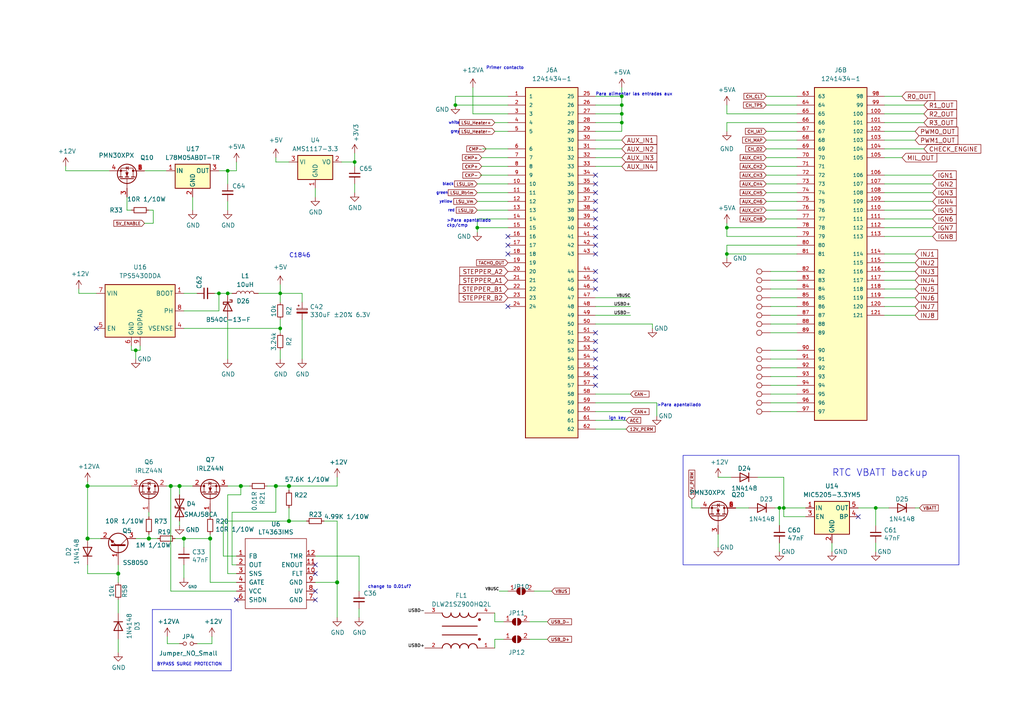
<source format=kicad_sch>
(kicad_sch (version 20230121) (generator eeschema)
  (paper "A4")
  (title_block (title "OpenEFI") (date "2023-10-14") (rev "4.0") (company "Churrosoft®") (comment 1 "CERN-OHL-S Licence"))
  (junction (at 63.5 85.09))
  (junction (at 83.82 151.13) (diameter 1.016))
  (junction (at 80.01 140.97) (diameter 1.016))
  (junction (at 39.37 101.6))
  (junction (at 254 147.32))
  (junction (at 132.08 30.48))
  (junction (at 97.79 168.91) (diameter 1.016))
  (junction (at 69.85 140.97) (diameter 1.016))
  (junction (at 52.07 140.97) (diameter 1.016))
  (junction (at 25.4 140.97) (diameter 1.016))
  (junction (at 138.43 66.04))
  (junction (at 210.82 73.66))
  (junction (at 81.28 95.25))
  (junction (at 66.04 85.09))
  (junction (at 25.4 156.21) (diameter 1.016))
  (junction (at 60.96 156.21) (diameter 1.016))
  (junction (at 180.34 30.48))
  (junction (at 180.34 35.56))
  (junction (at 180.34 33.02))
  (junction (at 210.82 66.04))
  (junction (at 43.18 156.21) (diameter 1.016))
  (junction (at 53.34 156.21) (diameter 1.016))
  (junction (at 66.04 49.53))
  (junction (at 226.06 147.32))
  (junction (at 227.33 147.32))
  (junction (at 34.29 166.37) (diameter 1.016))
  (junction (at 49.53 140.97) (diameter 1.016))
  (junction (at 102.87 46.99))
  (junction (at 83.82 140.97) (diameter 1.016))
  (junction (at 180.34 27.94))
  (junction (at 81.28 85.09))
  (no_connect (at 147.32 88.9))
  (no_connect (at 68.58 173.99))
  (no_connect (at 172.72 83.82))
  (no_connect (at 172.72 99.06))
  (no_connect (at 172.72 106.68))
  (no_connect (at 172.72 58.42))
  (no_connect (at 172.72 63.5))
  (no_connect (at 172.72 111.76))
  (no_connect (at 172.72 66.04))
  (no_connect (at 172.72 71.12))
  (no_connect (at 91.44 171.45))
  (no_connect (at 172.72 104.14))
  (no_connect (at 147.32 68.58))
  (no_connect (at 147.32 71.12))
  (no_connect (at 172.72 78.74))
  (no_connect (at 27.94 95.25))
  (no_connect (at 91.44 166.37))
  (no_connect (at 172.72 60.96))
  (no_connect (at 248.92 149.86))
  (no_connect (at 172.72 81.28))
  (no_connect (at 147.32 73.66))
  (no_connect (at 172.72 50.8))
  (no_connect (at 172.72 68.58))
  (no_connect (at 172.72 53.34))
  (no_connect (at 91.44 173.99))
  (no_connect (at 172.72 96.52))
  (no_connect (at 172.72 73.66))
  (no_connect (at 172.72 109.22))
  (no_connect (at 91.44 163.83))
  (no_connect (at 172.72 101.6))
  (no_connect (at 172.72 55.88))
  (wire (pts (xy 222.25 58.42) (xy 231.14 58.42)))
  (wire (pts (xy 138.43 60.96) (xy 147.32 60.96)))
  (wire (pts (xy 241.3 157.48) (xy 241.3 160.02)))
  (wire (pts (xy 189.23 95.25) (xy 189.23 93.98)))
  (wire (pts (xy 60.96 168.91) (xy 60.96 156.21)))
  (wire (pts (xy 39.37 156.21) (xy 43.18 156.21)))
  (wire (pts (xy 43.18 148.59) (xy 43.18 149.86)))
  (wire (pts (xy 172.72 119.38) (xy 182.88 119.38)))
  (wire (pts (xy 39.37 101.6) (xy 38.1 101.6)))
  (wire (pts (xy 143.51 185.42) (xy 146.05 185.42)))
  (wire (pts (xy 223.52 104.14) (xy 231.14 104.14)))
  (wire (pts (xy 64.77 161.29) (xy 68.58 161.29)))
  (wire (pts (xy 102.87 53.34) (xy 102.87 55.88)))
  (wire (pts (xy 60.96 154.94) (xy 60.96 156.21)))
  (wire (pts (xy 256.54 30.48) (xy 267.97 30.48)))
  (wire (pts (xy 53.34 90.17) (xy 63.5 90.17)))
  (wire (pts (xy 43.18 156.21) (xy 43.18 154.94)))
  (wire (pts (xy 137.16 25.4) (xy 137.16 33.02)))
  (wire (pts (xy 172.72 30.48) (xy 180.34 30.48)))
  (wire (pts (xy 222.25 38.1) (xy 231.14 38.1)))
  (wire (pts (xy 222.25 53.34) (xy 231.14 53.34)))
  (wire (pts (xy 223.52 83.82) (xy 231.14 83.82)))
  (wire (pts (xy 265.43 81.28) (xy 256.54 81.28)))
  (wire (pts (xy 144.78 171.45) (xy 147.32 171.45)))
  (wire (pts (xy 210.82 66.04) (xy 231.14 66.04)))
  (wire (pts (xy 219.71 138.43) (xy 227.33 138.43)))
  (wire (pts (xy 53.34 156.21) (xy 60.96 156.21)))
  (wire (pts (xy 172.72 33.02) (xy 180.34 33.02)))
  (wire (pts (xy 153.67 185.42) (xy 158.75 185.42)))
  (wire (pts (xy 172.72 121.92) (xy 181.61 121.92)))
  (wire (pts (xy 189.23 93.98) (xy 172.72 93.98)))
  (wire (pts (xy 66.04 58.42) (xy 66.04 60.96)))
  (wire (pts (xy 62.23 85.09) (xy 63.5 85.09)))
  (wire (pts (xy 200.66 147.32) (xy 203.2 147.32)))
  (wire (pts (xy 172.72 45.72) (xy 180.34 45.72)))
  (wire (pts (xy 68.58 166.37) (xy 66.04 166.37)))
  (wire (pts (xy 222.25 63.5) (xy 231.14 63.5)))
  (wire (pts (xy 41.91 49.53) (xy 48.26 49.53)))
  (wire (pts (xy 138.43 53.34) (xy 147.32 53.34)))
  (wire (pts (xy 60.96 168.91) (xy 68.58 168.91)))
  (wire (pts (xy 38.1 101.6) (xy 38.1 100.33)))
  (wire (pts (xy 137.16 33.02) (xy 147.32 33.02)))
  (wire (pts (xy 53.34 158.75) (xy 53.34 156.21)))
  (wire (pts (xy 180.34 30.48) (xy 180.34 33.02)))
  (wire (pts (xy 45.72 156.21) (xy 43.18 156.21)))
  (wire (pts (xy 69.85 143.51) (xy 69.85 140.97)))
  (wire (pts (xy 223.52 88.9) (xy 231.14 88.9)))
  (wire (pts (xy 19.05 49.53) (xy 31.75 49.53)))
  (wire (pts (xy 67.31 148.59) (xy 67.31 163.83)))
  (wire (pts (xy 256.54 35.56) (xy 267.97 35.56)))
  (polyline (pts (xy 44.196 176.784) (xy 44.196 194.564)))
  (polyline (pts (xy 44.196 176.784) (xy 67.056 176.784)))
  (polyline (pts (xy 67.056 176.784) (xy 67.056 194.564)))
  (polyline (pts (xy 67.056 194.564) (xy 44.196 194.564)))
  (wire (pts (xy 223.52 109.22) (xy 231.14 109.22)))
  (wire (pts (xy 172.72 91.44) (xy 182.88 91.44)))
  (wire (pts (xy 104.14 176.53) (xy 104.14 179.07)))
  (wire (pts (xy 180.34 25.4) (xy 180.34 27.94)))
  (wire (pts (xy 254 157.48) (xy 254 160.02)))
  (wire (pts (xy 256.54 58.42) (xy 270.51 58.42)))
  (wire (pts (xy 138.43 66.04) (xy 147.32 66.04)))
  (wire (pts (xy 226.06 147.32) (xy 226.06 152.4)))
  (wire (pts (xy 210.82 30.48) (xy 210.82 33.02)))
  (wire (pts (xy 91.44 161.29) (xy 104.14 161.29)))
  (wire (pts (xy 83.82 151.13) (xy 88.9 151.13)))
  (wire (pts (xy 87.63 87.63) (xy 87.63 85.09)))
  (wire (pts (xy 265.43 91.44) (xy 256.54 91.44)))
  (wire (pts (xy 222.25 43.18) (xy 231.14 43.18)))
  (wire (pts (xy 222.25 55.88) (xy 231.14 55.88)))
  (wire (pts (xy 138.43 63.5) (xy 138.43 66.04)))
  (wire (pts (xy 223.52 111.76) (xy 231.14 111.76)))
  (wire (pts (xy 138.43 58.42) (xy 147.32 58.42)))
  (wire (pts (xy 222.25 48.26) (xy 231.14 48.26)))
  (wire (pts (xy 143.51 35.56) (xy 147.32 35.56)))
  (wire (pts (xy 25.4 140.97) (xy 38.1 140.97)))
  (wire (pts (xy 222.25 40.64) (xy 231.14 40.64)))
  (wire (pts (xy 63.5 85.09) (xy 66.04 85.09)))
  (wire (pts (xy 208.28 154.94) (xy 208.28 158.75)))
  (wire (pts (xy 210.82 64.77) (xy 210.82 66.04)))
  (wire (pts (xy 102.87 46.99) (xy 99.06 46.99)))
  (wire (pts (xy 44.45 64.77) (xy 44.45 60.96)))
  (wire (pts (xy 190.5 116.84) (xy 172.72 116.84)))
  (wire (pts (xy 222.25 50.8) (xy 231.14 50.8)))
  (wire (pts (xy 210.82 38.1) (xy 210.82 35.56)))
  (wire (pts (xy 60.96 149.86) (xy 60.96 148.59)))
  (wire (pts (xy 223.52 96.52) (xy 231.14 96.52)))
  (wire (pts (xy 81.28 101.6) (xy 81.28 104.14)))
  (wire (pts (xy 81.28 85.09) (xy 81.28 87.63)))
  (wire (pts (xy 66.04 92.71) (xy 66.04 104.14)))
  (wire (pts (xy 222.25 27.94) (xy 231.14 27.94)))
  (wire (pts (xy 180.34 33.02) (xy 180.34 35.56)))
  (wire (pts (xy 139.954 43.18) (xy 147.32 43.18)))
  (wire (pts (xy 139.7 48.26) (xy 147.32 48.26)))
  (wire (pts (xy 180.34 27.94) (xy 180.34 30.48)))
  (wire (pts (xy 231.14 68.58) (xy 210.82 68.58)))
  (wire (pts (xy 256.54 27.94) (xy 261.62 27.94)))
  (wire (pts (xy 265.43 76.2) (xy 256.54 76.2)))
  (wire (pts (xy 256.54 45.72) (xy 261.62 45.72)))
  (wire (pts (xy 224.79 147.32) (xy 226.06 147.32)))
  (wire (pts (xy 22.86 85.09) (xy 27.94 85.09)))
  (wire (pts (xy 81.28 95.25) (xy 81.28 92.71)))
  (wire (pts (xy 39.37 104.14) (xy 39.37 101.6)))
  (wire (pts (xy 97.79 138.43) (xy 97.79 140.97)))
  (wire (pts (xy 180.34 38.1) (xy 172.72 38.1)))
  (wire (pts (xy 223.52 78.74) (xy 231.14 78.74)))
  (wire (pts (xy 147.32 63.5) (xy 138.43 63.5)))
  (wire (pts (xy 25.4 166.37) (xy 34.29 166.37)))
  (wire (pts (xy 172.72 48.26) (xy 180.34 48.26)))
  (wire (pts (xy 19.05 48.26) (xy 19.05 49.53)))
  (wire (pts (xy 227.33 147.32) (xy 226.06 147.32)))
  (wire (pts (xy 83.82 140.97) (xy 83.82 142.24)))
  (wire (pts (xy 64.77 151.13) (xy 64.77 161.29)))
  (wire (pts (xy 231.14 71.12) (xy 210.82 71.12)))
  (wire (pts (xy 91.44 168.91) (xy 97.79 168.91)))
  (wire (pts (xy 227.33 147.32) (xy 233.68 147.32)))
  (wire (pts (xy 52.07 143.51) (xy 52.07 140.97)))
  (wire (pts (xy 34.29 166.37) (xy 34.29 168.91)))
  (wire (pts (xy 66.04 85.09) (xy 67.31 85.09)))
  (wire (pts (xy 210.82 33.02) (xy 231.14 33.02)))
  (wire (pts (xy 53.34 95.25) (xy 81.28 95.25)))
  (wire (pts (xy 80.01 140.97) (xy 80.01 148.59)))
  (wire (pts (xy 25.4 156.21) (xy 29.21 156.21)))
  (wire (pts (xy 57.15 186.69) (xy 61.468 186.69)))
  (wire (pts (xy 61.468 186.69) (xy 61.468 184.658)))
  (wire (pts (xy 256.54 40.64) (xy 265.43 40.64)))
  (wire (pts (xy 63.5 49.53) (xy 66.04 49.53)))
  (wire (pts (xy 248.92 147.32) (xy 254 147.32)))
  (wire (pts (xy 223.52 86.36) (xy 231.14 86.36)))
  (wire (pts (xy 49.53 140.97) (xy 49.53 171.45)))
  (wire (pts (xy 43.18 60.96) (xy 44.45 60.96)))
  (wire (pts (xy 210.82 71.12) (xy 210.82 73.66)))
  (wire (pts (xy 83.82 147.32) (xy 83.82 151.13)))
  (wire (pts (xy 154.94 171.45) (xy 160.02 171.45)))
  (wire (pts (xy 69.85 140.97) (xy 72.39 140.97)))
  (wire (pts (xy 53.34 163.83) (xy 53.34 167.64)))
  (wire (pts (xy 25.4 139.7) (xy 25.4 140.97)))
  (wire (pts (xy 222.25 30.48) (xy 231.14 30.48)))
  (wire (pts (xy 256.54 63.5) (xy 270.51 63.5)))
  (wire (pts (xy 87.63 85.09) (xy 81.28 85.09)))
  (wire (pts (xy 138.43 67.31) (xy 138.43 66.04)))
  (wire (pts (xy 265.43 147.32) (xy 266.7 147.32)))
  (wire (pts (xy 256.54 55.88) (xy 270.51 55.88)))
  (wire (pts (xy 210.82 74.93) (xy 210.82 73.66)))
  (wire (pts (xy 227.33 149.86) (xy 227.33 147.32)))
  (wire (pts (xy 34.29 185.42) (xy 34.29 189.23)))
  (wire (pts (xy 66.04 166.37) (xy 66.04 143.51)))
  (wire (pts (xy 80.01 46.99) (xy 83.82 46.99)))
  (wire (pts (xy 68.58 46.99) (xy 68.58 49.53)))
  (wire (pts (xy 40.64 101.6) (xy 39.37 101.6)))
  (wire (pts (xy 233.68 149.86) (xy 227.33 149.86)))
  (wire (pts (xy 143.51 185.42) (xy 143.51 187.96)))
  (wire (pts (xy 49.53 171.45) (xy 68.58 171.45)))
  (wire (pts (xy 143.51 177.8) (xy 143.51 180.34)))
  (wire (pts (xy 254 147.32) (xy 254 152.4)))
  (wire (pts (xy 256.54 60.96) (xy 270.51 60.96)))
  (wire (pts (xy 223.52 91.44) (xy 231.14 91.44)))
  (wire (pts (xy 52.07 140.97) (xy 55.88 140.97)))
  (wire (pts (xy 265.43 88.9) (xy 256.54 88.9)))
  (wire (pts (xy 256.54 38.1) (xy 265.43 38.1)))
  (wire (pts (xy 256.54 68.58) (xy 270.51 68.58)))
  (wire (pts (xy 36.83 57.15) (xy 36.83 60.96)))
  (wire (pts (xy 36.83 60.96) (xy 38.1 60.96)))
  (wire (pts (xy 153.67 180.34) (xy 158.75 180.34)))
  (wire (pts (xy 66.04 140.97) (xy 69.85 140.97)))
  (wire (pts (xy 132.08 27.94) (xy 132.08 30.48)))
  (wire (pts (xy 81.28 82.55) (xy 81.28 85.09)))
  (wire (pts (xy 34.29 173.99) (xy 34.29 177.8)))
  (wire (pts (xy 210.82 73.66) (xy 231.14 73.66)))
  (wire (pts (xy 104.14 161.29) (xy 104.14 171.45)))
  (wire (pts (xy 49.53 140.97) (xy 52.07 140.97)))
  (wire (pts (xy 190.5 120.65) (xy 190.5 116.84)))
  (wire (pts (xy 87.63 92.71) (xy 87.63 104.14)))
  (wire (pts (xy 66.04 49.53) (xy 68.58 49.53)))
  (wire (pts (xy 172.72 35.56) (xy 180.34 35.56)))
  (wire (pts (xy 210.82 35.56) (xy 231.14 35.56)))
  (wire (pts (xy 254 147.32) (xy 257.81 147.32)))
  (wire (pts (xy 81.28 85.09) (xy 74.93 85.09)))
  (wire (pts (xy 41.91 64.77) (xy 44.45 64.77)))
  (wire (pts (xy 48.26 140.97) (xy 49.53 140.97)))
  (wire (pts (xy 172.72 124.46) (xy 181.61 124.46)))
  (wire (pts (xy 80.01 148.59) (xy 67.31 148.59)))
  (wire (pts (xy 223.52 116.84) (xy 231.14 116.84)))
  (wire (pts (xy 256.54 33.02) (xy 267.97 33.02)))
  (wire (pts (xy 172.72 86.36) (xy 182.88 86.36)))
  (wire (pts (xy 256.54 43.18) (xy 267.97 43.18)))
  (wire (pts (xy 147.32 27.94) (xy 132.08 27.94)))
  (wire (pts (xy 81.28 95.25) (xy 81.28 96.52)))
  (wire (pts (xy 143.51 180.34) (xy 146.05 180.34)))
  (wire (pts (xy 52.07 151.13) (xy 52.07 152.4)))
  (wire (pts (xy 265.43 83.82) (xy 256.54 83.82)))
  (wire (pts (xy 265.43 73.66) (xy 256.54 73.66)))
  (wire (pts (xy 256.54 66.04) (xy 270.51 66.04)))
  (wire (pts (xy 53.34 85.09) (xy 57.15 85.09)))
  (wire (pts (xy 40.64 100.33) (xy 40.64 101.6)))
  (wire (pts (xy 223.52 106.68) (xy 231.14 106.68)))
  (wire (pts (xy 223.52 81.28) (xy 231.14 81.28)))
  (wire (pts (xy 210.82 68.58) (xy 210.82 66.04)))
  (wire (pts (xy 25.4 163.83) (xy 25.4 166.37)))
  (wire (pts (xy 63.5 90.17) (xy 63.5 85.09)))
  (wire (pts (xy 138.43 55.88) (xy 147.32 55.88)))
  (wire (pts (xy 97.79 168.91) (xy 97.79 179.07)))
  (wire (pts (xy 77.47 140.97) (xy 80.01 140.97)))
  (wire (pts (xy 67.31 163.83) (xy 68.58 163.83)))
  (wire (pts (xy 256.54 50.8) (xy 270.51 50.8)))
  (wire (pts (xy 102.87 44.45) (xy 102.87 46.99)))
  (wire (pts (xy 139.7 45.72) (xy 147.32 45.72)))
  (wire (pts (xy 97.79 140.97) (xy 83.82 140.97)))
  (wire (pts (xy 34.29 163.83) (xy 34.29 166.37)))
  (wire (pts (xy 172.72 27.94) (xy 180.34 27.94)))
  (wire (pts (xy 180.34 35.56) (xy 180.34 38.1)))
  (wire (pts (xy 66.04 49.53) (xy 66.04 53.34)))
  (wire (pts (xy 132.08 30.48) (xy 147.32 30.48)))
  (wire (pts (xy 265.43 78.74) (xy 256.54 78.74)))
  (wire (pts (xy 143.51 38.1) (xy 147.32 38.1)))
  (wire (pts (xy 172.72 114.3) (xy 182.88 114.3)))
  (wire (pts (xy 227.33 138.43) (xy 227.33 147.32)))
  (wire (pts (xy 208.28 138.43) (xy 212.09 138.43)))
  (wire (pts (xy 50.8 156.21) (xy 53.34 156.21)))
  (wire (pts (xy 222.25 45.72) (xy 231.14 45.72)))
  (wire (pts (xy 91.44 54.61) (xy 91.44 57.15)))
  (wire (pts (xy 80.01 45.72) (xy 80.01 46.99)))
  (wire (pts (xy 83.82 151.13) (xy 64.77 151.13)))
  (wire (pts (xy 48.514 184.658) (xy 48.514 186.69)))
  (wire (pts (xy 48.514 186.69) (xy 52.07 186.69)))
  (wire (pts (xy 25.4 156.21) (xy 25.4 140.97)))
  (wire (pts (xy 66.04 143.51) (xy 69.85 143.51)))
  (wire (pts (xy 55.88 57.15) (xy 55.88 60.96)))
  (wire (pts (xy 223.52 101.6) (xy 231.14 101.6)))
  (wire (pts (xy 172.72 88.9) (xy 182.88 88.9)))
  (wire (pts (xy 80.01 140.97) (xy 83.82 140.97)))
  (wire (pts (xy 139.192 50.8) (xy 147.32 50.8)))
  (wire (pts (xy 223.52 119.38) (xy 231.14 119.38)))
  (wire (pts (xy 97.79 151.13) (xy 97.79 168.91)))
  (wire (pts (xy 102.87 48.26) (xy 102.87 46.99)))
  (wire (pts (xy 256.54 53.34) (xy 270.51 53.34)))
  (wire (pts (xy 223.52 114.3) (xy 231.14 114.3)))
  (wire (pts (xy 223.52 93.98) (xy 231.14 93.98)))
  (wire (pts (xy 226.06 157.48) (xy 226.06 160.02)))
  (wire (pts (xy 222.25 60.96) (xy 231.14 60.96)))
  (wire (pts (xy 172.72 40.64) (xy 180.34 40.64)))
  (wire (pts (xy 93.98 151.13) (xy 97.79 151.13)))
  (wire (pts (xy 265.43 86.36) (xy 256.54 86.36)))
  (wire (pts (xy 213.36 147.32) (xy 217.17 147.32)))
  (wire (pts (xy 200.66 144.78) (xy 200.66 147.32)))
  (wire (pts (xy 172.72 43.18) (xy 180.34 43.18)))
  (wire (pts (xy 22.86 83.82) (xy 22.86 85.09)))
  (rectangle (start 198.12 132.08) (end 278.13 163.83))
  (text "yellow" (at 127.381 59.055 0) (effects (font (size 0.8 0.8)) (justify left bottom)))
  (text "Primer contacto" (at 140.97 20.32 0) (effects (font (size 0.889 0.889)) (justify left bottom)))
  (text "C1846" (at 83.82 74.93 0) (effects (font (size 1.27 1.27)) (justify left bottom)))
  (text ">Para apantallado\nckp/cmp" (at 129.54 66.04 0) (effects (font (size 0.889 0.889)) (justify left bottom)))
  (text "green" (at 126.492 56.515 0) (effects (font (size 0.8 0.8)) (justify left bottom)))
  (text "BYPASS SURGE PROTECTION" (at 45.466 193.294 0) (effects (font (size 0.889 0.889)) (justify left bottom)))
  (text "white" (at 133.35 36.195 0) (effects (font (size 0.8 0.8)) (justify right bottom)))
  (text ">Para apantallado" (at 190.5 118.11 0) (effects (font (size 0.889 0.889)) (justify left bottom)))
  (text "Para alimentar las entradas aux" (at 172.72 27.94 0) (effects (font (size 0.889 0.889)) (justify left bottom)))
  (text "change to 0.01uf?" (at 106.68 170.815 0) (effects (font (size 0.889 0.889)) (justify left bottom)))
  (text "grey" (at 133.35 38.735 0) (effects (font (size 0.8 0.8)) (justify right bottom)))
  (text "black" (at 128.27 53.975 0) (effects (font (size 0.8 0.8)) (justify left bottom)))
  (text "RTC VBATT backup" (at 241.3 138.43 0) (effects (font (size 2 2)) (justify left bottom)))
  (text "red" (at 131.953 61.595 0) (effects (font (size 0.8 0.8)) (justify right bottom)))
  (text "ign key" (at 176.53 121.92 0) (effects (font (size 0.889 0.889)) (justify left bottom)))
  (label "USBD+" (at 182.88 88.9 180) (effects (font (size 0.889 0.889))))
  (label "USBD+" (at 123.19 187.96 180) (effects (font (size 0.889 0.889))))
  (label "USBD-" (at 182.88 91.44 180) (effects (font (size 0.889 0.889))))
  (label "USBD-" (at 123.19 177.8 180) (effects (font (size 0.889 0.889))))
  (label "VBUSC" (at 144.78 171.45 180) (effects (font (size 0.8 0.8))))
  (label "VBUSC" (at 182.88 86.36 180) (effects (font (size 0.8 0.8))))
  (global_label "AUX_CH7" (shape input) (at 222.25 60.96 180) (effects (font (size 0.889 0.889))) (property "Intersheetrefs" "${INTERSHEET_REFS}" (effects hide)))
  (global_label "INJ6" (shape input) (at 265.43 86.36 0) (property "Intersheetrefs" "${INTERSHEET_REFS}" (effects hide)))
  (global_label "LSU_Vm" (shape input) (at 138.43 58.42 180) (effects (font (size 0.889 0.889))) (property "Intersheetrefs" "${INTERSHEET_REFS}" (effects hide)))
  (global_label "IGN2" (shape input) (at 270.51 53.34 0) (property "Intersheetrefs" "${INTERSHEET_REFS}" (effects hide)))
  (global_label "AUX_IN4" (shape input) (at 180.34 48.26 0) (property "Intersheetrefs" "${INTERSHEET_REFS}" (effects hide)))
  (global_label "12V_PERM" (shape input) (at 200.66 144.78 90) (effects (font (size 0.889 0.889))) (property "Intersheetrefs" "${INTERSHEET_REFS}" (effects hide)))
  (global_label "INJ5" (shape input) (at 265.43 83.82 0) (property "Intersheetrefs" "${INTERSHEET_REFS}" (effects hide)))
  (global_label "TACHO_OUT" (shape input) (at 147.32 76.2 180) (effects (font (size 0.889 0.889))) (property "Intersheetrefs" "${INTERSHEET_REFS}" (effects hide)))
  (global_label "MIL_OUT" (shape input) (at 261.62 45.72 0) (property "Intersheetrefs" "${INTERSHEET_REFS}" (effects hide)))
  (global_label "PWM1_OUT" (shape input) (at 265.43 40.64 0) (property "Intersheetrefs" "${INTERSHEET_REFS}" (effects hide)))
  (global_label "AUX_CH8" (shape input) (at 222.25 63.5 180) (effects (font (size 0.889 0.889))) (property "Intersheetrefs" "${INTERSHEET_REFS}" (effects hide)))
  (global_label "USB_D-" (shape input) (at 158.75 180.34 0) (effects (font (size 0.889 0.889))) (property "Intersheetrefs" "${INTERSHEET_REFS}" (effects hide)))
  (global_label "CH_IAT" (shape input) (at 222.25 38.1 180) (effects (font (size 0.889 0.889))) (property "Intersheetrefs" "${INTERSHEET_REFS}" (effects hide)))
  (global_label "AUX_CH6" (shape input) (at 222.25 58.42 180) (effects (font (size 0.889 0.889))) (property "Intersheetrefs" "${INTERSHEET_REFS}" (effects hide)))
  (global_label "CKP-" (shape input) (at 139.7 50.8 180) (effects (font (size 0.889 0.889))) (property "Intersheetrefs" "${INTERSHEET_REFS}" (effects hide)))
  (global_label "LSU_Heater+" (shape input) (at 143.51 35.56 180) (effects (font (size 0.889 0.889))) (property "Intersheetrefs" "${INTERSHEET_REFS}" (effects hide)))
  (global_label "LSU_Heater-" (shape input) (at 143.51 38.1 180) (effects (font (size 0.889 0.889))) (property "Intersheetrefs" "${INTERSHEET_REFS}" (effects hide)))
  (global_label "AUX_CH5" (shape input) (at 222.25 55.88 180) (effects (font (size 0.889 0.889))) (property "Intersheetrefs" "${INTERSHEET_REFS}" (effects hide)))
  (global_label "AUX_CH4" (shape input) (at 222.25 53.34 180) (effects (font (size 0.889 0.889))) (property "Intersheetrefs" "${INTERSHEET_REFS}" (effects hide)))
  (global_label "INJ8" (shape input) (at 265.43 91.44 0) (property "Intersheetrefs" "${INTERSHEET_REFS}" (effects hide)))
  (global_label "CH_MAP" (shape input) (at 222.25 40.64 180) (effects (font (size 0.889 0.889))) (property "Intersheetrefs" "${INTERSHEET_REFS}" (effects hide)))
  (global_label "AUX_CH1" (shape input) (at 222.25 45.72 180) (effects (font (size 0.889 0.889))) (property "Intersheetrefs" "${INTERSHEET_REFS}" (effects hide)))
  (global_label "IGN4" (shape input) (at 270.51 58.42 0) (property "Intersheetrefs" "${INTERSHEET_REFS}" (effects hide)))
  (global_label "R1_OUT" (shape input) (at 267.97 30.48 0) (property "Intersheetrefs" "${INTERSHEET_REFS}" (effects hide)))
  (global_label "INJ2" (shape input) (at 265.43 76.2 0) (property "Intersheetrefs" "${INTERSHEET_REFS}" (effects hide)))
  (global_label "R3_OUT" (shape input) (at 267.97 35.56 0) (property "Intersheetrefs" "${INTERSHEET_REFS}" (effects hide)))
  (global_label "INJ7" (shape input) (at 265.43 88.9 0) (property "Intersheetrefs" "${INTERSHEET_REFS}" (effects hide)))
  (global_label "CAN-" (shape input) (at 182.88 114.3 0) (effects (font (size 0.889 0.889))) (property "Intersheetrefs" "${INTERSHEET_REFS}" (effects hide)))
  (global_label "AUX_IN2" (shape input) (at 180.34 43.18 0) (property "Intersheetrefs" "${INTERSHEET_REFS}" (effects hide)))
  (global_label "IGN3" (shape input) (at 270.51 55.88 0) (property "Intersheetrefs" "${INTERSHEET_REFS}" (effects hide)))
  (global_label "AUX_CH3" (shape input) (at 222.25 50.8 180) (effects (font (size 0.889 0.889))) (property "Intersheetrefs" "${INTERSHEET_REFS}" (effects hide)))
  (global_label "R0_OUT" (shape input) (at 261.62 27.94 0) (property "Intersheetrefs" "${INTERSHEET_REFS}" (effects hide)))
  (global_label "IGN6" (shape input) (at 270.51 63.5 0) (property "Intersheetrefs" "${INTERSHEET_REFS}" (effects hide)))
  (global_label "LSU_Un" (shape input) (at 138.43 53.34 180) (effects (font (size 0.889 0.889))) (property "Intersheetrefs" "${INTERSHEET_REFS}" (effects hide)))
  (global_label "CH_O2" (shape input) (at 222.25 43.18 180) (effects (font (size 0.889 0.889))) (property "Intersheetrefs" "${INTERSHEET_REFS}" (effects hide)))
  (global_label "5V_ENABLE" (shape input) (at 41.91 64.77 180) (effects (font (size 0.889 0.889))) (property "Intersheetrefs" "${INTERSHEET_REFS}" (effects hide)))
  (global_label "STEPPER_B1" (shape input) (at 147.32 83.82 180) (property "Intersheetrefs" "${INTERSHEET_REFS}" (effects hide)))
  (global_label "LSU_Ip" (shape input) (at 138.43 60.96 180) (effects (font (size 0.889 0.889))) (property "Intersheetrefs" "${INTERSHEET_REFS}" (effects hide)))
  (global_label "INJ3" (shape input) (at 265.43 78.74 0) (property "Intersheetrefs" "${INTERSHEET_REFS}" (effects hide)))
  (global_label "CH_CLT" (shape input) (at 222.25 27.94 180) (effects (font (size 0.889 0.889))) (property "Intersheetrefs" "${INTERSHEET_REFS}" (effects hide)))
  (global_label "VBATT" (shape input) (at 266.7 147.32 0) (effects (font (size 0.889 0.889))) (property "Intersheetrefs" "${INTERSHEET_REFS}" (effects hide)))
  (global_label "VBUS" (shape input) (at 160.02 171.45 0) (effects (font (size 0.889 0.889))) (property "Intersheetrefs" "${INTERSHEET_REFS}" (effects hide)))
  (global_label "CKP+" (shape input) (at 139.7 48.26 180) (effects (font (size 0.889 0.889))) (property "Intersheetrefs" "${INTERSHEET_REFS}" (effects hide)))
  (global_label "INJ1" (shape input) (at 265.43 73.66 0) (property "Intersheetrefs" "${INTERSHEET_REFS}" (effects hide)))
  (global_label "STEPPER_A2" (shape input) (at 147.32 78.74 180) (property "Intersheetrefs" "${INTERSHEET_REFS}" (effects hide)))
  (global_label "IGN7" (shape input) (at 270.51 66.04 0) (property "Intersheetrefs" "${INTERSHEET_REFS}" (effects hide)))
  (global_label "IGN5" (shape input) (at 270.51 60.96 0) (property "Intersheetrefs" "${INTERSHEET_REFS}" (effects hide)))
  (global_label "CMP-" (shape input) (at 140.97 43.18 180) (effects (font (size 0.889 0.889))) (property "Intersheetrefs" "${INTERSHEET_REFS}" (effects hide)))
  (global_label "IGN1" (shape input) (at 270.51 50.8 0) (property "Intersheetrefs" "${INTERSHEET_REFS}" (effects hide)))
  (global_label "12V_PERM" (shape input) (at 181.61 124.46 0) (effects (font (size 0.889 0.889))) (property "Intersheetrefs" "${INTERSHEET_REFS}" (effects hide)))
  (global_label "CH_TPS" (shape input) (at 222.25 30.48 180) (effects (font (size 0.889 0.889))) (property "Intersheetrefs" "${INTERSHEET_REFS}" (effects hide)))
  (global_label "PWM0_OUT" (shape input) (at 265.43 38.1 0) (property "Intersheetrefs" "${INTERSHEET_REFS}" (effects hide)))
  (global_label "CMP+" (shape input) (at 139.7 45.72 180) (effects (font (size 0.889 0.889))) (property "Intersheetrefs" "${INTERSHEET_REFS}" (effects hide)))
  (global_label "ACC" (shape input) (at 181.61 121.92 0) (effects (font (size 0.889 0.889))) (property "Intersheetrefs" "${INTERSHEET_REFS}" (effects hide)))
  (global_label "IGN8" (shape input) (at 270.51 68.58 0) (property "Intersheetrefs" "${INTERSHEET_REFS}" (effects hide)))
  (global_label "R2_OUT" (shape input) (at 267.97 33.02 0) (property "Intersheetrefs" "${INTERSHEET_REFS}" (effects hide)))
  (global_label "AUX_IN1" (shape input) (at 180.34 40.64 0) (property "Intersheetrefs" "${INTERSHEET_REFS}" (effects hide)))
  (global_label "STEPPER_A1" (shape input) (at 147.32 81.28 180) (property "Intersheetrefs" "${INTERSHEET_REFS}" (effects hide)))
  (global_label "CAN+" (shape input) (at 182.88 119.38 0) (effects (font (size 0.889 0.889))) (property "Intersheetrefs" "${INTERSHEET_REFS}" (effects hide)))
  (global_label "AUX_CH2" (shape input) (at 222.25 48.26 180) (effects (font (size 0.889 0.889))) (property "Intersheetrefs" "${INTERSHEET_REFS}" (effects hide)))
  (global_label "LSU_Rtrim" (shape input) (at 138.43 55.88 180) (effects (font (size 0.889 0.889))) (property "Intersheetrefs" "${INTERSHEET_REFS}" (effects hide)))
  (global_label "STEPPER_B2" (shape input) (at 147.32 86.36 180) (property "Intersheetrefs" "${INTERSHEET_REFS}" (effects hide)))
  (global_label "AUX_IN3" (shape input) (at 180.34 45.72 0) (property "Intersheetrefs" "${INTERSHEET_REFS}" (effects hide)))
  (global_label "USB_D+" (shape input) (at 158.75 185.42 0) (effects (font (size 0.889 0.889))) (property "Intersheetrefs" "${INTERSHEET_REFS}" (effects hide)))
  (global_label "INJ4" (shape input) (at 265.43 81.28 0) (property "Intersheetrefs" "${INTERSHEET_REFS}" (effects hide)))
  (global_label "CHECK_ENGINE" (shape input) (at 267.97 43.18 0) (property "Intersheetrefs" "${INTERSHEET_REFS}" (effects hide)))
  (symbol (lib_id "OpenEFI-STM32-rev3:LT4363IMS") (at 80.01 162.56 0) (unit 1)
    (property "Reference" "U6" (at 80.01 152.019 0))
    (property "Value" "LT4363IMS" (at 80.01 154.3304 0))
    (property "Footprint" "Package_SO:MSOP-12_3x4mm_P0.65mm" (effects hide))
    (property "Datasheet" "https://ar.mouser.com/datasheet/2/609/ADuM4160-1503590.pdf" (effects hide))
    (property "LCSC" "C118131" (effects hide))
  )
  (symbol (lib_id "Device:R_Small") (at 74.93 140.97 270) (unit 1)
    (property "Reference" "R21" (at 76.0984 142.4686 0) (effects (justify left)))
    (property "Value" "0.01R" (at 73.787 142.4686 0) (effects (justify left)))
    (property "Footprint" "Resistor_SMD:R_1210_3225Metric" (effects hide))
    (property "LCSC" "C7467300" (effects hide))
  )
  (symbol (lib_id "Diode:1N4148") (at 34.29 181.61 270) (unit 1)
    (property "Reference" "D3" (at 39.8018 181.61 0))
    (property "Value" "1N4148" (at 37.4904 181.61 0))
    (property "Footprint" "Diode_SMD:D_SOD-523" (effects hide))
    (property "Datasheet" "https://assets.nexperia.com/documents/data-sheet/1N4148_1N4448.pdf" (effects hide))
    (property "LCSC" "C511874" (effects hide))
  )
  (symbol (lib_id "Diode:1N4148") (at 25.4 160.02 90) (unit 1)
    (property "Reference" "D2" (at 19.8882 160.02 0))
    (property "Value" "1N4148" (at 22.1996 160.02 0))
    (property "Footprint" "Diode_SMD:D_SOD-523" (effects hide))
    (property "Datasheet" "https://assets.nexperia.com/documents/data-sheet/1N4148_1N4448.pdf" (effects hide))
    (property "LCSC" "C511874" (effects hide))
  )
  (symbol (lib_id "Device:R_Small") (at 83.82 144.78 0) (unit 1)
    (property "Reference" "R22" (at 85.3186 143.6116 0) (effects (justify left)))
    (property "Value" "57.6K 1/10W" (at 82.55 139.065 0) (effects (justify left)))
    (property "Footprint" "Resistor_SMD:R_0603_1608Metric" (effects hide))
    (property "LCSC" "C2933240" (effects hide))
  )
  (symbol (lib_id "Device:R_Small") (at 48.26 156.21 270) (unit 1)
    (property "Reference" "R19" (at 47.625 154.305 90))
    (property "Value" "1M 1/10W" (at 44.45 158.115 90))
    (property "Footprint" "Resistor_SMD:R_0603_1608Metric" (effects hide))
    (property "LCSC" "C22935" (effects hide))
  )
  (symbol (lib_id "Device:R_Small") (at 91.44 151.13 270) (unit 1)
    (property "Reference" "R23" (at 89.535 149.225 90) (effects (justify left)))
    (property "Value" "4.99K 1/10W" (at 93.98 149.86 90) (effects (justify left)))
    (property "Footprint" "Resistor_SMD:R_0603_1608Metric" (effects hide))
    (property "LCSC" "C17414" (effects hide))
  )
  (symbol (lib_id "Device:R_Small") (at 60.96 152.4 0) (unit 1)
    (property "Reference" "R20" (at 62.4586 151.2316 0) (effects (justify left)))
    (property "Value" "10R 1/10W" (at 62.4586 153.543 0) (effects (justify left)))
    (property "Footprint" "Resistor_SMD:R_0603_1608Metric" (effects hide))
    (property "LCSC" "C22859" (effects hide))
  )
  (symbol (lib_id "Device:C_Small") (at 53.34 161.29 0) (unit 1)
    (property "Reference" "C33" (at 55.6768 160.1216 0) (effects (justify left)))
    (property "Value" "47nF" (at 55.6768 162.433 0) (effects (justify left)))
    (property "Footprint" "Capacitor_SMD:C_0603_1608Metric" (effects hide))
  )
  (symbol (lib_id "power:GND") (at 97.79 179.07 0) (unit 1)
    (property "Reference" "#PWR022" (effects hide))
    (property "Value" "GND" (at 97.917 183.4642 0))
  )
  (symbol (lib_id "power:GND") (at 104.14 179.07 0) (unit 1)
    (property "Reference" "#PWR024" (effects hide))
    (property "Value" "GND" (at 104.267 183.4642 0))
  )
  (symbol (lib_id "power:GND") (at 34.29 189.23 0) (unit 1)
    (property "Reference" "#PWR012" (effects hide))
    (property "Value" "GND" (at 34.417 193.6242 0))
  )
  (symbol (lib_id "power:+12VA") (at 25.4 139.7 0) (unit 1)
    (property "Reference" "#PWR010" (effects hide))
    (property "Value" "+12VA" (at 25.781 135.3058 0))
  )
  (symbol (lib_id "power:GND") (at 53.34 167.64 0) (unit 1)
    (property "Reference" "#PWR016" (effects hide))
    (property "Value" "GND" (at 55.88 170.18 0) (effects (font (size 0.8 0.8))))
  )
  (symbol (lib_id "Device:D_TVS") (at 52.07 147.32 270) (unit 1)
    (property "Reference" "D4" (at 54.102 146.1516 90) (effects (justify left)))
    (property "Value" "SMAJ58CA" (at 53.34 149.225 90) (effects (justify left)))
    (property "Footprint" "Diode_SMD:D_SMA" (effects hide))
    (property "LCSC" "C148235" (effects hide))
  )
  (symbol (lib_id "power:GND") (at 52.07 152.4 0) (unit 1)
    (property "Reference" "#PWR015" (effects hide))
    (property "Value" "GND" (at 55.88 153.67 0))
  )
  (symbol (lib_id "power:+12V") (at 97.79 138.43 0) (unit 1)
    (property "Reference" "#PWR021" (effects hide))
    (property "Value" "+12V" (at 98.171 134.0358 0))
  )
  (symbol (lib_id "power:+12V") (at 19.05 48.26 0) (unit 1)
    (property "Reference" "#PWR011" (effects hide))
    (property "Value" "+12V" (at 19.431 43.8658 0))
  )
  (symbol (lib_id "Jumper:SolderJumper_2_Open") (at 149.86 185.42 0) (unit 1)
    (property "Reference" "JP12" (at 149.86 189.23 0))
    (property "Value" "SolderJumper_2_Open" (effects hide))
    (property "Footprint" "Jumper:SolderJumper-2_P1.3mm_Open_Pad1.0x1.5mm" (effects hide))
  )
  (symbol (lib_id "Device:R_Small") (at 40.64 60.96 270) (unit 1)
    (property "Reference" "R33" (at 31.75 60.96 90) (effects (justify left)))
    (property "Value" "10R 1/10W" (at 36.83 57.785 90) (effects (justify left)))
    (property "Footprint" "Resistor_SMD:R_0603_1608Metric" (effects hide))
  )
  (symbol (lib_id "power:+12VA") (at 48.514 184.658 0) (unit 1)
    (property "Reference" "#PWR049" (effects hide))
    (property "Value" "+12VA" (at 48.895 180.2638 0))
  )
  (symbol (lib_id "Connector:TestPoint") (at 223.52 78.74 90) (unit 1)
    (property "Reference" "TP34" (effects hide))
    (property "Value" "TestPoint" (effects hide))
    (property "Footprint" "TestPoint:TestPoint_THTPad_1.5x1.5mm_Drill0.7mm" (effects hide))
  )
  (symbol (lib_id "Device:L") (at 71.12 85.09 90) (unit 1)
    (property "Reference" "L1" (at 71.12 80.01 90))
    (property "Value" "10uH" (at 71.12 82.55 90))
    (property "Footprint" "Inductor_SMD:L_7.3x7.3_H4.5" (effects hide))
  )
  (symbol (lib_id "power:GND") (at 208.28 158.75 0) (unit 1)
    (property "Reference" "#PWR0178" (effects hide))
    (property "Value" "GND" (at 210.82 158.75 0))
  )
  (symbol (lib_id "Regulator_Switching:TPS5430DDA") (at 40.64 90.17 0) (unit 1)
    (property "Reference" "U16" (at 40.64 77.47 0))
    (property "Value" "TPS5430DDA" (at 40.64 80.01 0))
    (property "Footprint" "Package_SO:TI_SO-PowerPAD-8_ThermalVias" (effects hide))
    (property "Datasheet" "http://www.ti.com/lit/ds/symlink/tps5430.pdf" (effects hide))
  )
  (symbol (lib_id "power:+5VA") (at 68.58 46.99 0) (unit 1)
    (property "Reference" "#PWR025" (effects hide))
    (property "Value" "+5VA" (at 68.58 42.545 0))
  )
  (symbol (lib_id "Connector:TestPoint") (at 223.52 83.82 90) (unit 1)
    (property "Reference" "TP32" (effects hide))
    (property "Value" "TestPoint" (effects hide))
    (property "Footprint" "TestPoint:TestPoint_THTPad_1.5x1.5mm_Drill0.7mm" (effects hide))
  )
  (symbol (lib_id "Regulator_Linear:AMS1117-3.3") (at 91.44 46.99 0) (unit 1)
    (property "Reference" "U4" (at 91.44 40.64 0))
    (property "Value" "AMS1117-3.3" (at 91.44 43.18 0))
    (property "Footprint" "Package_TO_SOT_SMD:SOT-223-3_TabPin2" (effects hide))
    (property "Datasheet" "http://www.advanced-monolithic.com/pdf/ds1117.pdf" (effects hide))
  )
  (symbol (lib_id "Connector:TestPoint") (at 223.52 114.3 90) (unit 1)
    (property "Reference" "TP69" (effects hide))
    (property "Value" "TestPoint" (effects hide))
    (property "Footprint" "TestPoint:TestPoint_THTPad_1.5x1.5mm_Drill0.7mm" (effects hide))
  )
  (symbol (lib_id "Connector:TestPoint") (at 223.52 96.52 90) (unit 1)
    (property "Reference" "TP22" (effects hide))
    (property "Value" "TestPoint" (effects hide))
    (property "Footprint" "TestPoint:TestPoint_THTPad_1.5x1.5mm_Drill0.7mm" (effects hide))
  )
  (symbol (lib_id "Connector:TestPoint") (at 223.52 106.68 90) (unit 1)
    (property "Reference" "TP72" (effects hide))
    (property "Value" "TestPoint" (effects hide))
    (property "Footprint" "TestPoint:TestPoint_THTPad_1.5x1.5mm_Drill0.7mm" (effects hide))
  )
  (symbol (lib_id "Diode:1N4148") (at 261.62 147.32 180) (unit 1)
    (property "Reference" "D25" (at 261.62 144.78 0))
    (property "Value" "1N4148" (at 261.62 150.5204 0))
    (property "Footprint" "Diode_SMD:D_SOD-523" (effects hide))
    (property "Datasheet" "https://assets.nexperia.com/documents/data-sheet/1N4148_1N4448.pdf" (effects hide))
    (property "LCSC" "C511874" (effects hide))
  )
  (symbol (lib_id "Connector:TestPoint") (at 223.52 88.9 90) (unit 1)
    (property "Reference" "TP27" (effects hide))
    (property "Value" "TestPoint" (effects hide))
    (property "Footprint" "TestPoint:TestPoint_THTPad_1.5x1.5mm_Drill0.7mm" (effects hide))
  )
  (symbol (lib_id "Connector:TestPoint") (at 223.52 81.28 90) (unit 1)
    (property "Reference" "TP33" (effects hide))
    (property "Value" "TestPoint" (effects hide))
    (property "Footprint" "TestPoint:TestPoint_THTPad_1.5x1.5mm_Drill0.7mm" (effects hide))
  )
  (symbol (lib_id "power:GND") (at 254 160.02 0) (unit 1)
    (property "Reference" "#PWR0169" (effects hide))
    (property "Value" "GND" (at 256.54 160.02 0))
  )
  (symbol (lib_id "power:GND") (at 87.63 104.14 0) (unit 1)
    (property "Reference" "#PWR0194" (effects hide))
    (property "Value" "GND" (at 87.757 108.5342 0))
  )
  (symbol (lib_id "Transistor_FET:IRF540N") (at 36.83 52.07 270) (mirror x) (unit 1)
    (property "Reference" "Q10" (at 40.64 45.72 90) (effects (justify left)))
    (property "Value" "PMN30XPX" (at 28.575 45.085 90) (effects (justify left)))
    (property "Footprint" "Package_SO:TSOP-6_1.65x3.05mm_P0.95mm" (effects hide))
    (property "Datasheet" "http://www.irf.com/product-info/datasheets/data/irf540n.pdf" (effects hide))
    (property "LCSC" "C5288813" (effects hide))
  )
  (symbol (lib_id "Connector:TestPoint") (at 223.52 119.38 90) (unit 1)
    (property "Reference" "TP67" (effects hide))
    (property "Value" "TestPoint" (effects hide))
    (property "Footprint" "TestPoint:TestPoint_THTPad_1.5x1.5mm_Drill0.7mm" (effects hide))
  )
  (symbol (lib_name "GND_1") (lib_id "power:GND") (at 138.43 67.31 0) (unit 1)
    (property "Reference" "#PWR0187" (effects hide))
    (property "Value" "GND" (at 134.62 68.58 0))
  )
  (symbol (lib_id "Connector:TestPoint") (at 223.52 116.84 90) (unit 1)
    (property "Reference" "TP68" (effects hide))
    (property "Value" "TestPoint" (effects hide))
    (property "Footprint" "TestPoint:TestPoint_THTPad_1.5x1.5mm_Drill0.7mm" (effects hide))
  )
  (symbol (lib_id "Library:DLW21SZ900HQ2L") (at 133.35 182.88 180) (unit 1)
    (property "Reference" "FL1" (at 133.8072 172.72 0))
    (property "Value" "DLW21SZ900HQ2L" (at 133.8072 175.26 0))
    (property "Footprint" "Library:FIL_DLW21SZ900HQ2L" (effects hide))
    (property "MF" "Murata Electronics" (effects hide))
    (property "MAXIMUM_PACKAGE_HEIGHT" "1.40mm" (effects hide))
    (property "Package" "Horizontal-4 Murata" (effects hide))
    (property "Price" "None" (effects hide))
    (property "Check_prices" "https://www.snapeda.com/parts/DLW21SZ900HQ2L/Murata/view-part/?ref=eda" (effects hide))
    (property "STANDARD" "Manufacturer Recommendations" (effects hide))
    (property "PARTREV" "N/A" (effects hide))
    (property "SnapEDA_Link" "https://www.snapeda.com/parts/DLW21SZ900HQ2L/Murata/view-part/?ref=snap" (effects hide))
    (property "MP" "DLW21SZ900HQ2L" (effects hide))
    (property "Purchase-URL" "https://www.snapeda.com/api/url_track_click_mouser/?unipart_id=1498725&manufacturer=Murata Electronics&part_name=DLW21SZ900HQ2L&search_term=dlw21sz900hq2l" (effects hide))
    (property "Description" "\nInd Common Mode Choke Shielded Wirewound 90 Ohm 25% 100MHz 280mA 0805 Emboss T/R\n" (effects hide))
    (property "Availability" "In Stock" (effects hide))
    (property "MANUFACTURER" "Murata" (effects hide))
  )
  (symbol (lib_id "power:+3V3") (at 102.87 44.45 0) (unit 1)
    (property "Reference" "#PWR0115" (effects hide))
    (property "Value" "+3V3" (at 103.251 41.1988 90) (effects (justify left)))
    (instances (project "OpenEFI_rev4" (path "" (reference "#PWR0115") (unit 1)) (path "" (reference "#PWR0203") (unit 1))))
  )
  (symbol (lib_id "Transistor_FET:IRLZ44N") (at 60.96 143.51 90) (unit 1)
    (property "Reference" "Q7" (at 60.96 133.35 90))
    (property "Value" "IRLZ44N" (at 60.96 135.89 90))
    (property "Footprint" "Package_TO_SOT_SMD:TO-252-2" (effects hide))
    (property "Datasheet" "http://www.irf.com/product-info/datasheets/data/irlz44n.pdf" (effects hide))
    (property "LCSC" "C2584" (effects hide))
  )
  (symbol (lib_id "Jumper:SolderJumper_2_Open") (at 151.13 171.45 0) (unit 1)
    (property "Reference" "JP10" (at 151.13 170.18 0))
    (property "Value" "SolderJumper_2_Open" (effects hide))
    (property "Footprint" "Jumper:SolderJumper-2_P1.3mm_Open_Pad1.0x1.5mm" (effects hide))
  )
  (symbol (lib_id "power:GND") (at 66.04 104.14 0) (unit 1)
    (property "Reference" "#PWR0191" (effects hide))
    (property "Value" "GND" (at 66.167 108.5342 0))
  )
  (symbol (lib_name "GND_1") (lib_id "power:GND") (at 132.08 30.48 0) (unit 1)
    (property "Reference" "#PWR0179" (effects hide))
    (property "Value" "GND" (at 128.27 31.75 0))
  )
  (symbol (lib_id "Device:C_Small") (at 59.69 85.09 90) (unit 1)
    (property "Reference" "C62" (at 57.785 83.82 0) (effects (justify left)))
    (property "Value" "10nF" (effects hide))
    (property "Footprint" "Capacitor_SMD:C_0805_2012Metric" (effects hide))
    (property "LCSC" "C1846" (effects hide))
  )
  (symbol (lib_id "Transistor_FET:IRLZ44N") (at 43.18 143.51 270) (mirror x) (unit 1)
    (property "Reference" "Q6" (at 43.18 133.985 90))
    (property "Value" "IRLZ44N" (at 43.18 136.525 90))
    (property "Footprint" "Package_TO_SOT_SMD:TO-252-2" (effects hide))
    (property "Datasheet" "http://www.irf.com/product-info/datasheets/data/irlz44n.pdf" (effects hide))
    (property "LCSC" "C2584" (effects hide))
  )
  (symbol (lib_id "Device:R_Small") (at 81.28 90.17 0) (unit 1)
    (property "Reference" "R2" (at 83.82 90.17 90))
    (property "Value" "10k" (at 79.375 90.17 90))
    (property "Footprint" "Resistor_SMD:R_0603_1608Metric" (effects hide))
    (instances (project "OpenEFI_rev4" (path "" (reference "R2") (unit 1)) (path "" (reference "R68") (unit 1))))
  )
  (symbol (lib_id "power:+5VA") (at 180.34 25.4 0) (unit 1)
    (property "Reference" "#PWR0190" (effects hide))
    (property "Value" "+5VA" (at 180.34 20.955 0))
  )
  (symbol (lib_id "Transistor_BJT:2N3055") (at 34.29 158.75 270) (mirror x) (unit 1)
    (property "Reference" "Q5" (at 35.4584 153.924 90) (effects (justify left)))
    (property "Value" "SS8050" (at 35.56 163.195 90) (effects (justify left)))
    (property "Footprint" "Package_TO_SOT_SMD:SOT-23" (effects hide))
    (property "Datasheet" "http://www.onsemi.com/pub_link/Collateral/2N3055-D.PDF" (effects hide))
    (property "LCSC" "C2150" (effects hide))
  )
  (symbol (lib_id "Device:C_Small") (at 254 154.94 0) (unit 1)
    (property "Reference" "C61" (at 256.3368 153.7716 0) (effects (justify left)))
    (property "Value" "47nF" (at 256.3368 156.083 0) (effects (justify left)))
    (property "Footprint" "Capacitor_SMD:C_0603_1608Metric" (effects hide))
  )
  (symbol (lib_id "power:GND") (at 55.88 60.96 0) (unit 1)
    (property "Reference" "#PWR014" (effects hide))
    (property "Value" "GND" (at 56.007 65.3542 0))
  )
  (symbol (lib_id "Diode:1N4148") (at 215.9 138.43 180) (unit 1)
    (property "Reference" "D24" (at 215.9 135.89 0))
    (property "Value" "1N4148" (at 215.9 141.6304 0))
    (property "Footprint" "Diode_SMD:D_SOD-523" (effects hide))
    (property "Datasheet" "https://assets.nexperia.com/documents/data-sheet/1N4148_1N4448.pdf" (effects hide))
    (property "LCSC" "C511874" (effects hide))
  )
  (symbol (lib_id "power:+5V") (at 81.28 82.55 0) (unit 1)
    (property "Reference" "#PWR0161" (effects hide))
    (property "Value" "+5V" (at 81.28 77.47 0))
  )
  (symbol (lib_name "GND_1") (lib_id "power:GND") (at 190.5 120.65 0) (unit 1)
    (property "Reference" "#PWR0182" (effects hide))
    (property "Value" "GND" (at 193.04 120.65 0))
  )
  (symbol (lib_id "Transistor_FET:IRF540N") (at 208.28 149.86 270) (mirror x) (unit 1)
    (property "Reference" "Q20" (at 212.09 143.51 90) (effects (justify left)))
    (property "Value" "PMN30XPX" (at 200.025 142.875 90) (effects (justify left)))
    (property "Footprint" "Package_SO:TSOP-6_1.65x3.05mm_P0.95mm" (effects hide))
    (property "Datasheet" "http://www.irf.com/product-info/datasheets/data/irf540n.pdf" (effects hide))
    (property "LCSC" "C5288813" (effects hide))
  )
  (symbol (lib_id "Device:C_Small") (at 102.87 50.8 0) (unit 1)
    (property "Reference" "C65" (at 104.14 48.895 0) (effects (justify left)))
    (property "Value" "100nF" (effects hide))
    (property "Footprint" "Capacitor_SMD:C_0805_2012Metric" (effects hide))
    (property "LCSC" "C49678" (effects hide))
  )
  (symbol (lib_id "power:+12V") (at 22.86 83.82 0) (unit 1)
    (property "Reference" "#PWR0153" (effects hide))
    (property "Value" "+12V" (at 23.241 79.4258 0))
  )
  (symbol (lib_name "GND_2") (lib_id "power:GND") (at 210.82 74.93 0) (unit 1)
    (property "Reference" "#PWR0186" (effects hide))
    (property "Value" "GND" (at 214.63 74.93 0))
  )
  (symbol (lib_id "1241434-1:1241434-1") (at 243.84 73.66 0) (unit 2)
    (property "Reference" "J6" (at 243.84 20.32 0))
    (property "Value" "1241434-1" (at 243.84 22.86 0))
    (property "Footprint" "Library:TE_1241434-1" (effects hide))
    (property "Comment" "1241434-1" (effects hide))
    (property "MF" "TE Connectivity" (effects hide))
    (property "MAXIMUM_PACKAGE_HEIGHT" "31.4 mm" (effects hide))
    (property "Package" "None" (effects hide))
    (property "Purchase-URL" "https://www.snapeda.com/api/url_track_click_mouser/?unipart_id=1973699&manufacturer=TE Connectivity&part_name=1241434-1&search_term=None" (effects hide))
    (property "Price" "None" (effects hide))
    (property "Check_prices" "https://www.snapeda.com/parts/1241434-1/TE+Connectivity+AMP+Connectors/view-part/?ref=eda" (effects hide))
    (property "STANDARD" "Manufacturer Recommendations" (effects hide))
    (property "PARTREV" "C15" (effects hide))
    (property "SnapEDA_Link" "https://www.snapeda.com/parts/1241434-1/TE+Connectivity+AMP+Connectors/view-part/?ref=snap" (effects hide))
    (property "MP" "1241434-1" (effects hide))
    (property "EU_RoHS_Compliance" "Compliant" (effects hide))
    (property "Description" "\nConn Micro Quadlok Interconnection HDR 108/13 POS 2.54mm Solder RA Thru-Hole Automotive Loose\n" (effects hide))
    (property "Availability" "In Stock" (effects hide))
    (property "MANUFACTURER" "TE Connectivity" (effects hide))
  )
  (symbol (lib_id "power:+5VA") (at 210.82 64.77 0) (unit 1)
    (property "Reference" "#PWR0185" (effects hide))
    (property "Value" "+5VA" (at 210.82 60.325 0))
  )
  (symbol (lib_name "+12VA_1") (lib_id "power:+12VA") (at 137.16 25.4 0) (unit 1)
    (property "Reference" "#PWR0150" (effects hide))
    (property "Value" "+12VA" (at 137.16 20.32 0))
  )
  (symbol (lib_id "power:GND") (at 66.04 60.96 0) (unit 1)
    (property "Reference" "#PWR017" (effects hide))
    (property "Value" "GND" (at 66.167 65.3542 0))
  )
  (symbol (lib_name "GND_2") (lib_id "power:GND") (at 210.82 38.1 0) (unit 1)
    (property "Reference" "#PWR0183" (effects hide))
    (property "Value" "GND" (at 210.82 43.18 0))
  )
  (symbol (lib_id "Connector:TestPoint") (at 223.52 104.14 90) (unit 1)
    (property "Reference" "TP73" (effects hide))
    (property "Value" "TestPoint" (effects hide))
    (property "Footprint" "TestPoint:TestPoint_THTPad_1.5x1.5mm_Drill0.7mm" (effects hide))
  )
  (symbol (lib_id "Diode:1N4148") (at 220.98 147.32 180) (unit 1)
    (property "Reference" "D23" (at 222.25 144.78 0))
    (property "Value" "1N4148" (at 220.98 150.5204 0))
    (property "Footprint" "Diode_SMD:D_SOD-523" (effects hide))
    (property "Datasheet" "https://assets.nexperia.com/documents/data-sheet/1N4148_1N4448.pdf" (effects hide))
    (property "LCSC" "C511874" (effects hide))
  )
  (symbol (lib_id "power:+5V") (at 80.01 45.72 0) (unit 1)
    (property "Reference" "#PWR0199" (effects hide))
    (property "Value" "+5V" (at 80.01 40.64 0))
  )
  (symbol (lib_id "power:GND") (at 81.28 104.14 0) (unit 1)
    (property "Reference" "#PWR0193" (effects hide))
    (property "Value" "GND" (at 81.407 108.5342 0))
  )
  (symbol (lib_id "Regulator_Linear:L7805") (at 55.88 49.53 0) (unit 1)
    (property "Reference" "U17" (at 55.88 43.18 0))
    (property "Value" "L78M05ABDT-TR" (at 55.88 45.72 0))
    (property "Footprint" "Package_TO_SOT_SMD:TO-252-2" (effects hide))
    (property "Datasheet" "http://www.st.com/content/ccc/resource/technical/document/datasheet/41/4f/b3/b0/12/d4/47/88/CD00000444.pdf/files/CD00000444.pdf/jcr:content/translations/en.CD00000444.pdf" (effects hide))
    (property "LCSC" "C58069" (effects hide))
  )
  (symbol (lib_id "Connector:TestPoint") (at 223.52 86.36 90) (unit 1)
    (property "Reference" "TP31" (effects hide))
    (property "Value" "TestPoint" (effects hide))
    (property "Footprint" "TestPoint:TestPoint_THTPad_1.5x1.5mm_Drill0.7mm" (effects hide))
  )
  (symbol (lib_id "Device:R_Small") (at 81.28 99.06 0) (unit 1)
    (property "Reference" "R2" (at 83.82 99.06 90))
    (property "Value" "3.24k" (at 79.375 99.06 90))
    (property "Footprint" "Resistor_SMD:R_0603_1608Metric" (effects hide))
    (property "LCSC" "C2933197" (effects hide))
    (instances (project "OpenEFI_rev4" (path "" (reference "R2") (unit 1)) (path "" (reference "R70") (unit 1))))
  )
  (symbol (lib_id "power:GND") (at 241.3 160.02 0) (unit 1)
    (property "Reference" "#PWR0159" (effects hide))
    (property "Value" "GND" (at 243.84 160.02 0))
  )
  (symbol (lib_id "Device:R_Small") (at 43.18 152.4 0) (unit 1)
    (property "Reference" "R73" (at 44.6786 151.2316 0) (effects (justify left)))
    (property "Value" "10R 1/10W" (at 30.48 151.13 0) (effects (justify left)))
    (property "Footprint" "Resistor_SMD:R_0603_1608Metric" (effects hide))
    (property "LCSC" "C22859" (effects hide))
  )
  (symbol (lib_id "power:GND") (at 91.44 57.15 0) (unit 1)
    (property "Reference" "#PWR0164" (effects hide))
    (property "Value" "GND" (at 91.567 61.5442 0))
  )
  (symbol (lib_id "Device:CP_Small") (at 87.63 90.17 0) (unit 1)
    (property "Reference" "C42" (at 89.8652 89.0016 0) (effects (justify left)))
    (property "Value" "330uF ±20% 6.3V" (at 89.8652 91.313 0) (effects (justify left)))
    (property "Footprint" "Capacitor_SMD:CP_Elec_6.3x7.7" (effects hide))
    (property "LCSC" "null" (effects hide))
    (instances (project "OpenEFI_rev4" (path "" (reference "C42") (unit 1)) (path "" (reference "C63") (unit 1))))
  )
  (symbol (lib_id "Connector:TestPoint") (at 223.52 93.98 90) (unit 1)
    (property "Reference" "TP24" (effects hide))
    (property "Value" "TestPoint" (effects hide))
    (property "Footprint" "TestPoint:TestPoint_THTPad_1.5x1.5mm_Drill0.7mm" (effects hide))
  )
  (symbol (lib_id "Regulator_Linear:MIC5205-3.3YM5") (at 241.3 149.86 0) (unit 1)
    (property "Reference" "U14" (at 241.3 140.97 0))
    (property "Value" "MIC5205-3.3YM5" (at 241.3 143.51 0))
    (property "Footprint" "Package_TO_SOT_SMD:SOT-23-5" (effects hide))
    (property "Datasheet" "http://ww1.microchip.com/downloads/en/DeviceDoc/20005785A.pdf" (effects hide))
  )
  (symbol (lib_id "power:+12V") (at 61.468 184.658 0) (unit 1)
    (property "Reference" "#PWR050" (effects hide))
    (property "Value" "+12V" (at 61.849 180.2638 0))
  )
  (symbol (lib_id "power:+12V") (at 208.28 138.43 0) (unit 1)
    (property "Reference" "#PWR085" (effects hide))
    (property "Value" "+12V" (at 208.661 134.0358 0))
  )
  (symbol (lib_id "Connector:TestPoint") (at 223.52 109.22 90) (unit 1)
    (property "Reference" "TP71" (effects hide))
    (property "Value" "TestPoint" (effects hide))
    (property "Footprint" "TestPoint:TestPoint_THTPad_1.5x1.5mm_Drill0.7mm" (effects hide))
  )
  (symbol (lib_id "Connector:TestPoint") (at 223.52 91.44 90) (unit 1)
    (property "Reference" "TP26" (effects hide))
    (property "Value" "TestPoint" (effects hide))
    (property "Footprint" "TestPoint:TestPoint_THTPad_1.5x1.5mm_Drill0.7mm" (effects hide))
  )
  (symbol (lib_id "Device:C_Small") (at 104.14 173.99 0) (unit 1)
    (property "Reference" "C36" (at 105.41 172.085 0) (effects (justify left)))
    (property "Value" "100nF" (effects hide))
    (property "Footprint" "Capacitor_SMD:C_0805_2012Metric" (effects hide))
    (property "LCSC" "C49678" (effects hide))
  )
  (symbol (lib_name "GND_1") (lib_id "power:GND") (at 189.23 95.25 0) (unit 1)
    (property "Reference" "#PWR0181" (effects hide))
    (property "Value" "GND" (at 191.77 95.25 0))
  )
  (symbol (lib_id "power:GND") (at 226.06 160.02 0) (unit 1)
    (property "Reference" "#PWR0168" (effects hide))
    (property "Value" "GND" (at 228.6 160.02 0))
  )
  (symbol (lib_id "Device:D_Schottky") (at 66.04 88.9 270) (unit 1)
    (property "Reference" "D26" (at 68.58 87.3125 90) (effects (justify left)))
    (property "Value" "B540C-13-F" (at 59.69 92.71 90) (effects (justify left)))
    (property "Footprint" "Diode_SMD:D_SMA" (effects hide))
    (property "LCSC" "C3018525" (effects hide))
  )
  (symbol (lib_id "power:+5VA") (at 210.82 30.48 0) (unit 1)
    (property "Reference" "#PWR0184" (effects hide))
    (property "Value" "+5VA" (at 210.82 26.035 0))
  )
  (symbol (lib_id "Device:Jumper_NO_Small") (at 54.61 186.69 0) (unit 1)
    (property "Reference" "JP4" (at 54.61 184.658 0))
    (property "Value" "Jumper_NO_Small" (at 54.61 189.484 0))
    (property "Footprint" "Jumper:SolderJumper-2_P1.3mm_Open_RoundedPad1.0x1.5mm" (effects hide))
  )
  (symbol (lib_id "Jumper:SolderJumper_2_Open") (at 149.86 180.34 0) (unit 1)
    (property "Reference" "JP11" (at 149.86 177.8 0))
    (property "Value" "SolderJumper_2_Open" (effects hide))
    (property "Footprint" "Jumper:SolderJumper-2_P1.3mm_Open_Pad1.0x1.5mm" (effects hide))
  )
  (symbol (lib_id "power:GND") (at 39.37 104.14 0) (unit 1)
    (property "Reference" "#PWR0154" (effects hide))
    (property "Value" "GND" (at 41.91 104.14 0))
  )
  (symbol (lib_id "1241434-1:1241434-1") (at 160.02 76.2 0) (unit 1)
    (property "Reference" "J6" (at 160.02 20.32 0))
    (property "Value" "1241434-1" (at 160.02 22.86 0))
    (property "Footprint" "Library:TE_1241434-1" (effects hide))
    (property "Comment" "1241434-1" (effects hide))
    (property "MF" "TE Connectivity" (effects hide))
    (property "MAXIMUM_PACKAGE_HEIGHT" "31.4 mm" (effects hide))
    (property "Package" "None" (effects hide))
    (property "Purchase-URL" "https://www.snapeda.com/api/url_track_click_mouser/?unipart_id=1973699&manufacturer=TE Connectivity&part_name=1241434-1&search_term=None" (effects hide))
    (property "Price" "None" (effects hide))
    (property "Check_prices" "https://www.snapeda.com/parts/1241434-1/TE+Connectivity+AMP+Connectors/view-part/?ref=eda" (effects hide))
    (property "STANDARD" "Manufacturer Recommendations" (effects hide))
    (property "PARTREV" "C15" (effects hide))
    (property "SnapEDA_Link" "https://www.snapeda.com/parts/1241434-1/TE+Connectivity+AMP+Connectors/view-part/?ref=snap" (effects hide))
    (property "MP" "1241434-1" (effects hide))
    (property "EU_RoHS_Compliance" "Compliant" (effects hide))
    (property "Description" "\nConn Micro Quadlok Interconnection HDR 108/13 POS 2.54mm Solder RA Thru-Hole Automotive Loose\n" (effects hide))
    (property "Availability" "In Stock" (effects hide))
    (property "MANUFACTURER" "TE Connectivity" (effects hide))
  )
  (symbol (lib_id "Connector:TestPoint") (at 223.52 101.6 90) (unit 1)
    (property "Reference" "TP74" (effects hide))
    (property "Value" "TestPoint" (effects hide))
    (property "Footprint" "TestPoint:TestPoint_THTPad_1.5x1.5mm_Drill0.7mm" (effects hide))
  )
  (symbol (lib_id "Connector:TestPoint") (at 223.52 111.76 90) (unit 1)
    (property "Reference" "TP70" (effects hide))
    (property "Value" "TestPoint" (effects hide))
    (property "Footprint" "TestPoint:TestPoint_THTPad_1.5x1.5mm_Drill0.7mm" (effects hide))
  )
  (symbol (lib_id "Device:C_Small") (at 226.06 154.94 0) (unit 1)
    (property "Reference" "C60" (at 228.3968 153.7716 0) (effects (justify left)))
    (property "Value" "47nF" (at 228.3968 156.083 0) (effects (justify left)))
    (property "Footprint" "Capacitor_SMD:C_0603_1608Metric" (effects hide))
  )
  (symbol (lib_id "Device:C_Small") (at 66.04 55.88 0) (unit 1)
    (property "Reference" "C64" (at 67.31 53.975 0) (effects (justify left)))
    (property "Value" "100nF" (effects hide))
    (property "Footprint" "Capacitor_SMD:C_0805_2012Metric" (effects hide))
    (property "LCSC" "C49678" (effects hide))
  )
  (symbol (lib_id "power:GND") (at 102.87 55.88 0) (unit 1)
    (property "Reference" "#PWR0131" (effects hide))
    (property "Value" "GND" (at 102.997 60.2742 0))
  )
  (symbol (lib_id "Device:R_Small") (at 34.29 171.45 0) (mirror x) (unit 1)
    (property "Reference" "R58" (at 36.195 171.45 90))
    (property "Value" "10k" (at 32.385 171.45 90))
    (property "Footprint" "Resistor_SMD:R_0805_2012Metric" (effects hide))
    (property "LCSC" "C17414" (effects hide))
    (instances (project "OpenEFI_rev4" (path "" (reference "R58") (unit 1)) (path "" (reference "R17") (unit 1))))
  )
)
</source>
